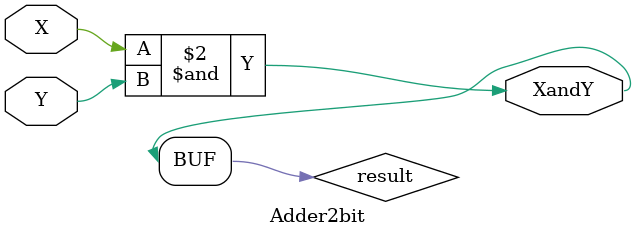
<source format=v>
module Adder2bit (input wire X, Y, output wire XandY);
	
	reg result;
	
	always @(*) begin
	
		result = X & Y;
	
	end
	
	assign XandY = result;
	
endmodule

</source>
